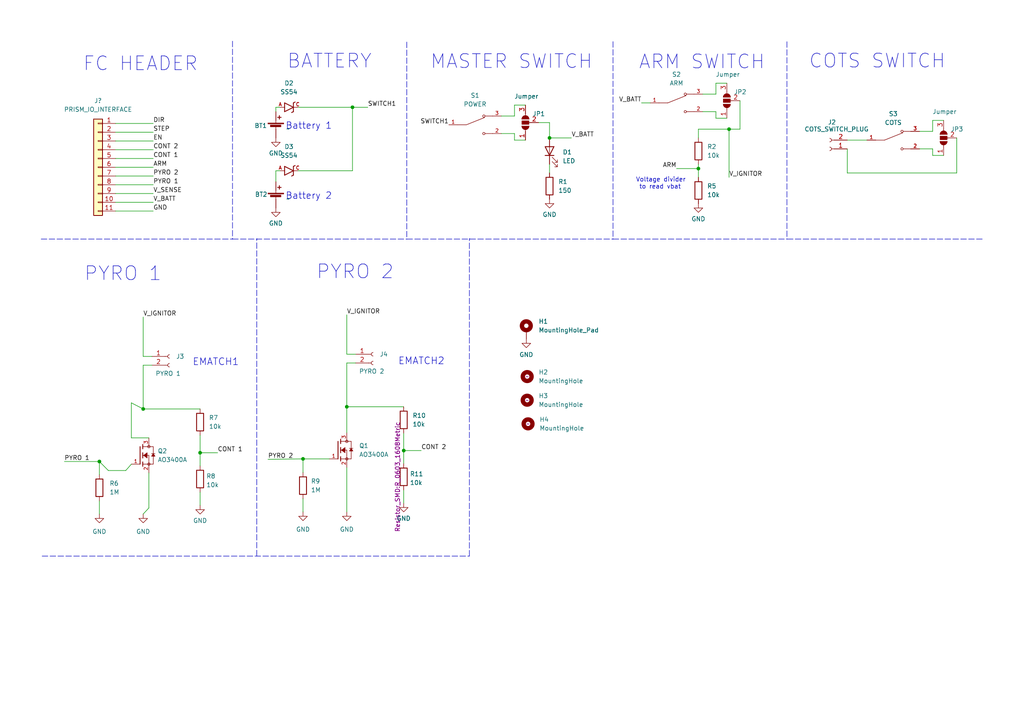
<source format=kicad_sch>
(kicad_sch (version 20211123) (generator eeschema)
  (paper "A4")
  (lib_symbols
    (symbol "AO3400A:AO3400A" (pin_names (offset 1.016))
      (property "Reference" "Q" (at -8.89 2.54 0))
      (property "Value" "AO3400A" (at -8.89 -7.62 0))
      (symbol "AO3400A_0_0"
        (polyline (pts (xy 0 2.54) (xy 0 -2.54)) (stroke (width 0.254)))
        (polyline (pts (xy 0.762 -2.54) (xy 0.762 -3.175)) (stroke (width 0.254)))
        (polyline (pts (xy 0.762 -1.905) (xy 0.762 -2.54)) (stroke (width 0.254)))
        (polyline (pts (xy 0.762 0) (xy 0.762 -0.762)) (stroke (width 0.254)))
        (polyline (pts (xy 0.762 0) (xy 2.54 0)) (stroke (width 0.1524)))
        (polyline (pts (xy 0.762 0.762) (xy 0.762 0)) (stroke (width 0.254)))
        (polyline (pts (xy 0.762 2.54) (xy 0.762 1.905)) (stroke (width 0.254)))
        (polyline (pts (xy 0.762 2.54) (xy 3.81 2.54)) (stroke (width 0.1524)))
        (polyline (pts (xy 0.762 3.175) (xy 0.762 2.54)) (stroke (width 0.254)))
        (polyline (pts (xy 2.54 -2.54) (xy 0.762 -2.54)) (stroke (width 0.1524)))
        (polyline (pts (xy 2.54 -2.54) (xy 3.81 -2.54)) (stroke (width 0.1524)))
        (polyline (pts (xy 2.54 0) (xy 2.54 -2.54)) (stroke (width 0.1524)))
        (polyline (pts (xy 3.81 0.508) (xy 3.302 0.508)) (stroke (width 0.1524)))
        (polyline (pts (xy 3.81 0.508) (xy 3.81 -2.54)) (stroke (width 0.1524)))
        (polyline (pts (xy 3.81 2.54) (xy 3.81 0.508)) (stroke (width 0.1524)))
        (polyline (pts (xy 4.318 0.508) (xy 3.81 0.508)) (stroke (width 0.1524)))
        (polyline (pts (xy 1.016 0) (xy 2.032 0.762) (xy 2.032 -0.762) (xy 1.016 0)) (stroke (width 0.1524)) (fill (type outline)))
        (polyline (pts (xy 3.81 0.508) (xy 3.302 -0.254) (xy 4.318 -0.254) (xy 3.81 0.508)) (stroke (width 0.1524)) (fill (type outline)))
        (circle (center 2.54 -2.54) (radius 0.3592))
        (circle (center 2.54 2.54) (radius 0.3592))
        (pin passive line (at -2.54 -2.54 0) (length 2.54) (name "~") (number "1"))
        (pin passive line (at 2.54 -5.08 90) (length 2.54) (name "~") (number "2"))
        (pin passive line (at 2.54 5.08 270) (length 2.54) (name "~") (number "3"))
      )
    )
    (symbol "Connector:Conn_01x02_Female" (pin_names (offset 1.016) hide)
      (property "Reference" "J" (at 0 2.54 0))
      (property "Value" "Conn_01x02_Female" (at 0 -5.08 0))
      (symbol "Conn_01x02_Female_1_1"
        (arc (start 0 -2.032) (mid -0.508 -2.54) (end 0 -3.048) (stroke (width 0.1524)))
        (polyline (pts (xy -1.27 -2.54) (xy -0.508 -2.54)) (stroke (width 0.1524)))
        (polyline (pts (xy -1.27 0) (xy -0.508 0)) (stroke (width 0.1524)))
        (arc (start 0 0.508) (mid -0.508 0) (end 0 -0.508) (stroke (width 0.1524)))
        (pin passive line (at -5.08 0 0) (length 3.81) (name "Pin_1") (number "1"))
        (pin passive line (at -5.08 -2.54 0) (length 3.81) (name "Pin_2") (number "2"))
      )
    )
    (symbol "Connector_Generic:Conn_01x11" (pin_names (offset 1.016) hide)
      (property "Reference" "J" (at 0 15.24 0))
      (property "Value" "Conn_01x11" (at 0 -15.24 0))
      (symbol "Conn_01x11_1_1"
        (rectangle (start -1.27 -12.573) (end 0 -12.827) (stroke (width 0.1524)))
        (rectangle (start -1.27 -10.033) (end 0 -10.287) (stroke (width 0.1524)))
        (rectangle (start -1.27 -7.493) (end 0 -7.747) (stroke (width 0.1524)))
        (rectangle (start -1.27 -4.953) (end 0 -5.207) (stroke (width 0.1524)))
        (rectangle (start -1.27 -2.413) (end 0 -2.667) (stroke (width 0.1524)))
        (rectangle (start -1.27 0.127) (end 0 -0.127) (stroke (width 0.1524)))
        (rectangle (start -1.27 2.667) (end 0 2.413) (stroke (width 0.1524)))
        (rectangle (start -1.27 5.207) (end 0 4.953) (stroke (width 0.1524)))
        (rectangle (start -1.27 7.747) (end 0 7.493) (stroke (width 0.1524)))
        (rectangle (start -1.27 10.287) (end 0 10.033) (stroke (width 0.1524)))
        (rectangle (start -1.27 12.827) (end 0 12.573) (stroke (width 0.1524)))
        (rectangle (start -1.27 13.97) (end 1.27 -13.97) (stroke (width 0.254)) (fill (type background)))
        (pin passive line (at -5.08 12.7 0) (length 3.81) (name "Pin_1") (number "1"))
        (pin passive line (at -5.08 -10.16 0) (length 3.81) (name "Pin_10") (number "10"))
        (pin passive line (at -5.08 -12.7 0) (length 3.81) (name "Pin_11") (number "11"))
        (pin passive line (at -5.08 10.16 0) (length 3.81) (name "Pin_2") (number "2"))
        (pin passive line (at -5.08 7.62 0) (length 3.81) (name "Pin_3") (number "3"))
        (pin passive line (at -5.08 5.08 0) (length 3.81) (name "Pin_4") (number "4"))
        (pin passive line (at -5.08 2.54 0) (length 3.81) (name "Pin_5") (number "5"))
        (pin passive line (at -5.08 0 0) (length 3.81) (name "Pin_6") (number "6"))
        (pin passive line (at -5.08 -2.54 0) (length 3.81) (name "Pin_7") (number "7"))
        (pin passive line (at -5.08 -5.08 0) (length 3.81) (name "Pin_8") (number "8"))
        (pin passive line (at -5.08 -7.62 0) (length 3.81) (name "Pin_9") (number "9"))
      )
    )
    (symbol "Device:Battery_Cell" (pin_numbers hide) (pin_names (offset 0) hide)
      (property "Reference" "BT" (at 2.54 2.54 0))
      (property "Value" "Battery_Cell" (at 2.54 0 0))
      (symbol "Battery_Cell_0_1"
        (rectangle (start -2.286 1.778) (end 2.286 1.524) (fill (type outline)))
        (rectangle (start -1.5748 1.1938) (end 1.4732 0.6858) (fill (type outline)))
        (polyline (pts (xy 0 0.762) (xy 0 0)))
        (polyline (pts (xy 0 1.778) (xy 0 2.54)))
        (polyline (pts (xy 0.508 3.429) (xy 1.524 3.429)) (stroke (width 0.254)))
        (polyline (pts (xy 1.016 3.937) (xy 1.016 2.921)) (stroke (width 0.254)))
      )
      (symbol "Battery_Cell_1_1"
        (pin passive line (at 0 5.08 270) (length 2.54) (name "+") (number "1"))
        (pin passive line (at 0 -2.54 90) (length 2.54) (name "-") (number "2"))
      )
    )
    (symbol "Device:LED" (pin_numbers hide) (pin_names (offset 1.016) hide)
      (property "Reference" "D" (at 0 2.54 0))
      (property "Value" "LED" (at 0 -2.54 0))
      (symbol "LED_0_1"
        (polyline (pts (xy -1.27 -1.27) (xy -1.27 1.27)) (stroke (width 0.254)))
        (polyline (pts (xy -1.27 0) (xy 1.27 0)))
        (polyline (pts (xy 1.27 -1.27) (xy 1.27 1.27) (xy -1.27 0) (xy 1.27 -1.27)) (stroke (width 0.254)))
        (polyline (pts (xy -3.048 -0.762) (xy -4.572 -2.286) (xy -3.81 -2.286) (xy -4.572 -2.286) (xy -4.572 -1.524)))
        (polyline (pts (xy -1.778 -0.762) (xy -3.302 -2.286) (xy -2.54 -2.286) (xy -3.302 -2.286) (xy -3.302 -1.524)))
      )
      (symbol "LED_1_1"
        (pin passive line (at -3.81 0 0) (length 2.54) (name "K") (number "1"))
        (pin passive line (at 3.81 0 180) (length 2.54) (name "A") (number "2"))
      )
    )
    (symbol "Device:R" (pin_numbers hide) (pin_names (offset 0))
      (property "Reference" "R" (at 2.032 0 90))
      (property "Value" "R" (at 0 0 90))
      (symbol "R_0_1"
        (rectangle (start -1.016 -2.54) (end 1.016 2.54) (stroke (width 0.254)))
      )
      (symbol "R_1_1"
        (pin passive line (at 0 3.81 270) (length 1.27) (name "~") (number "1"))
        (pin passive line (at 0 -3.81 90) (length 1.27) (name "~") (number "2"))
      )
    )
    (symbol "Jumper:SolderJumper_3_Open" (pin_names (offset 0) hide)
      (property "Reference" "JP" (at -2.54 -2.54 0))
      (property "Value" "SolderJumper_3_Open" (at 0 2.794 0))
      (symbol "SolderJumper_3_Open_0_1"
        (arc (start -1.016 1.016) (mid -2.032 0) (end -1.016 -1.016))
        (arc (start -1.016 1.016) (mid -2.032 0) (end -1.016 -1.016) (fill (type outline)))
        (rectangle (start -0.508 1.016) (end 0.508 -1.016) (fill (type outline)))
        (polyline (pts (xy -2.54 0) (xy -2.032 0)))
        (polyline (pts (xy -1.016 1.016) (xy -1.016 -1.016)))
        (polyline (pts (xy 0 -1.27) (xy 0 -1.016)))
        (polyline (pts (xy 1.016 1.016) (xy 1.016 -1.016)))
        (polyline (pts (xy 2.54 0) (xy 2.032 0)))
        (arc (start 1.016 -1.016) (mid 2.032 0) (end 1.016 1.016))
        (arc (start 1.016 -1.016) (mid 2.032 0) (end 1.016 1.016) (fill (type outline)))
      )
      (symbol "SolderJumper_3_Open_1_1"
        (pin passive line (at -5.08 0 0) (length 2.54) (name "A") (number "1"))
        (pin passive line (at 0 -3.81 90) (length 2.54) (name "C") (number "2"))
        (pin passive line (at 5.08 0 180) (length 2.54) (name "B") (number "3"))
      )
    )
    (symbol "Mechanical:MountingHole" (pin_names (offset 1.016))
      (property "Reference" "H" (at 0 5.08 0))
      (property "Value" "MountingHole" (at 0 3.175 0))
      (symbol "MountingHole_0_1"
        (circle (center 0 0) (radius 1.27) (stroke (width 1.27)))
      )
    )
    (symbol "Mechanical:MountingHole_Pad" (pin_numbers hide) (pin_names (offset 1.016) hide)
      (property "Reference" "H" (at 0 6.35 0))
      (property "Value" "MountingHole_Pad" (at 0 4.445 0))
      (symbol "MountingHole_Pad_0_1"
        (circle (center 0 1.27) (radius 1.27) (stroke (width 1.27)))
      )
      (symbol "MountingHole_Pad_1_1"
        (pin input line (at 0 -2.54 90) (length 2.54) (name "1") (number "1"))
      )
    )
    (symbol "SS54:SS54" (pin_names (offset 1.016))
      (property "Reference" "D" (at 2.54 0.4826 0))
      (property "Value" "SS54" (at 2.54 -2.3114 0))
      (symbol "SS54_0_0"
        (polyline (pts (xy -2.54 0) (xy -1.27 0)) (stroke (width 0.1524)))
        (polyline (pts (xy -1.27 -1.27) (xy 1.27 0)) (stroke (width 0.254)))
        (polyline (pts (xy -1.27 0) (xy -1.27 -1.27)) (stroke (width 0.254)))
        (polyline (pts (xy -1.27 1.27) (xy -1.27 0)) (stroke (width 0.254)))
        (polyline (pts (xy 1.27 -1.27) (xy 0.762 -1.524)) (stroke (width 0.254)))
        (polyline (pts (xy 1.27 0) (xy -1.27 1.27)) (stroke (width 0.254)))
        (polyline (pts (xy 1.27 0) (xy 1.27 -1.27)) (stroke (width 0.254)))
        (polyline (pts (xy 1.27 1.27) (xy 1.27 0)) (stroke (width 0.254)))
        (polyline (pts (xy 1.27 1.27) (xy 1.778 1.524)) (stroke (width 0.254)))
        (polyline (pts (xy 2.54 0) (xy 1.27 0)) (stroke (width 0.1524)))
        (pin passive line (at -2.54 0 0) (length 0) (name "~") (number "A"))
        (pin passive line (at 2.54 0 180) (length 0) (name "~") (number "C"))
      )
    )
    (symbol "omron_D2F:D2F-01F" (pin_names (offset 1.016))
      (property "Reference" "S" (at -2.54 5.08 0))
      (property "Value" "D2F-01F" (at -2.54 -5.08 0))
      (symbol "D2F-01F_0_0"
        (polyline (pts (xy -2.54 0) (xy -5.08 0)) (stroke (width 0.1524)))
        (polyline (pts (xy -2.54 0) (xy 2.794 2.1336)) (stroke (width 0.1524)))
        (polyline (pts (xy 5.08 -2.54) (xy 2.921 -2.54)) (stroke (width 0.1524)))
        (polyline (pts (xy 5.08 2.54) (xy 2.921 2.54)) (stroke (width 0.1524)))
        (circle (center 2.54 -2.54) (radius 0.3302) (stroke (width 0.1524)))
        (circle (center 2.54 2.54) (radius 0.3302) (stroke (width 0.1524)))
        (pin passive line (at -7.62 0 0) (length 2.54) (name "~") (number "1"))
        (pin passive line (at 7.62 -2.54 180) (length 2.54) (name "~") (number "2"))
        (pin passive line (at 7.62 2.54 180) (length 2.54) (name "~") (number "3"))
      )
    )
    (symbol "power:GND" (power) (pin_names (offset 0))
      (property "Value" "GND" (at 0 -3.81 0))
      (symbol "GND_0_1"
        (polyline (pts (xy 0 0) (xy 0 -1.27) (xy 1.27 -1.27) (xy 0 -2.54) (xy -1.27 -1.27) (xy 0 -1.27)))
      )
      (symbol "GND_1_1"
        (pin power_in line (at 0 0 270) (length 0) hide (name "GND") (number "1"))
      )
    )
  )
  (junction (at 159.385 40.005))
  (junction (at 41.529 118.618))
  (junction (at 28.829 133.858))
  (junction (at 100.584 117.983))
  (junction (at 202.565 48.895))
  (junction (at 58.039 131.318))
  (junction (at 87.884 133.096))
  (junction (at 117.094 130.683))
  (junction (at 102.235 31.115))
  (junction (at 211.455 37.465))
  (wire (pts (xy 117.094 142.113) (xy 117.094 145.923)))
  (polyline (pts (xy 228.346 69.342) (xy 284.988 69.342)))
  (wire (pts (xy 245.745 50.165) (xy 245.745 43.18)))
  (polyline (pts (xy 67.437 69.342) (xy 117.983 69.342)))
  (wire (pts (xy 33.528 40.894) (xy 44.45 40.894)))
  (wire (pts (xy 33.528 51.054) (xy 44.45 51.054)))
  (wire (pts (xy 80.01 31.115) (xy 80.01 32.385)))
  (wire (pts (xy 100.584 105.283) (xy 100.584 117.983)))
  (wire (pts (xy 159.385 47.625) (xy 159.385 50.165)))
  (wire (pts (xy 214.63 37.465) (xy 211.455 37.465)))
  (wire (pts (xy 207.645 27.305) (xy 207.645 24.13)))
  (wire (pts (xy 102.235 31.115) (xy 106.68 31.115)))
  (wire (pts (xy 202.565 37.465) (xy 211.455 37.465)))
  (wire (pts (xy 38.1 127) (xy 38.1 116.84)))
  (wire (pts (xy 33.528 45.974) (xy 44.45 45.974)))
  (wire (pts (xy 266.7 38.1) (xy 270.51 38.1)))
  (wire (pts (xy 245.745 50.165) (xy 277.495 50.165)))
  (wire (pts (xy 214.63 29.21) (xy 214.63 37.465)))
  (wire (pts (xy 86.36 31.115) (xy 102.235 31.115)))
  (wire (pts (xy 100.584 135.636) (xy 100.584 148.463)))
  (polyline (pts (xy 228.2444 12.0904) (xy 228.2444 69.342)))
  (wire (pts (xy 100.584 117.983) (xy 100.584 125.476)))
  (wire (pts (xy 41.529 103.378) (xy 44.069 103.378)))
  (wire (pts (xy 186.055 29.845) (xy 188.595 29.845)))
  (wire (pts (xy 149.225 38.735) (xy 149.225 40.64)))
  (wire (pts (xy 149.225 33.655) (xy 149.225 30.48)))
  (wire (pts (xy 43.18 147.32) (xy 41.529 149.098)))
  (wire (pts (xy 207.645 32.385) (xy 207.645 34.29)))
  (wire (pts (xy 203.835 27.305) (xy 207.645 27.305)))
  (polyline (pts (xy 117.983 12.192) (xy 117.983 69.342)))
  (wire (pts (xy 58.039 126.238) (xy 58.039 131.318)))
  (polyline (pts (xy 12.2174 161.29) (xy 136.144 161.29)))
  (polyline (pts (xy 177.8 69.342) (xy 228.2444 69.342)))
  (wire (pts (xy 58.039 142.748) (xy 58.039 146.558)))
  (wire (pts (xy 117.094 125.603) (xy 117.094 130.683)))
  (wire (pts (xy 33.528 61.214) (xy 44.45 61.214)))
  (wire (pts (xy 117.094 130.683) (xy 122.174 130.683)))
  (wire (pts (xy 203.835 32.385) (xy 207.645 32.385)))
  (wire (pts (xy 33.528 58.674) (xy 44.45 58.674)))
  (wire (pts (xy 28.829 145.288) (xy 28.829 149.098)))
  (polyline (pts (xy 11.938 69.342) (xy 67.437 69.342)))
  (wire (pts (xy 41.529 105.918) (xy 44.069 105.918)))
  (wire (pts (xy 38.1 116.84) (xy 41.529 118.618)))
  (wire (pts (xy 207.645 34.29) (xy 210.82 34.29)))
  (wire (pts (xy 33.528 43.434) (xy 44.45 43.434)))
  (wire (pts (xy 277.495 40.005) (xy 277.495 50.165)))
  (wire (pts (xy 270.51 43.18) (xy 270.51 45.085)))
  (wire (pts (xy 145.415 33.655) (xy 149.225 33.655)))
  (wire (pts (xy 100.584 117.983) (xy 117.094 117.983)))
  (polyline (pts (xy 177.8 12.065) (xy 177.8 69.342)))
  (wire (pts (xy 87.884 133.096) (xy 95.504 133.096)))
  (wire (pts (xy 58.039 131.318) (xy 63.119 131.318)))
  (wire (pts (xy 207.645 24.13) (xy 210.82 24.13)))
  (wire (pts (xy 211.455 37.465) (xy 211.455 51.435)))
  (wire (pts (xy 270.51 34.925) (xy 273.685 34.925)))
  (wire (pts (xy 156.21 35.56) (xy 159.385 35.56)))
  (wire (pts (xy 102.235 31.115) (xy 102.235 49.53)))
  (wire (pts (xy 149.225 30.48) (xy 152.4 30.48)))
  (wire (pts (xy 159.385 35.56) (xy 159.385 40.005)))
  (wire (pts (xy 117.094 130.683) (xy 117.094 134.493)))
  (wire (pts (xy 33.528 38.354) (xy 44.45 38.354)))
  (wire (pts (xy 266.7 43.18) (xy 270.51 43.18)))
  (wire (pts (xy 33.528 56.134) (xy 44.45 56.134)))
  (wire (pts (xy 58.039 131.318) (xy 58.039 135.128)))
  (wire (pts (xy 33.528 48.514) (xy 44.45 48.514)))
  (wire (pts (xy 270.51 38.1) (xy 270.51 34.925)))
  (wire (pts (xy 245.745 40.64) (xy 251.46 40.64)))
  (wire (pts (xy 18.669 133.858) (xy 28.829 133.858)))
  (wire (pts (xy 81.28 49.53) (xy 80.01 49.53)))
  (wire (pts (xy 100.584 102.743) (xy 103.124 102.743)))
  (wire (pts (xy 80.01 49.53) (xy 80.01 52.705)))
  (wire (pts (xy 159.385 40.005) (xy 165.735 40.005)))
  (polyline (pts (xy 67.437 11.938) (xy 67.437 69.342)))
  (wire (pts (xy 41.529 118.618) (xy 41.529 105.918)))
  (wire (pts (xy 28.829 133.858) (xy 28.829 137.668)))
  (wire (pts (xy 87.884 133.096) (xy 87.884 137.033)))
  (wire (pts (xy 145.415 38.735) (xy 149.225 38.735)))
  (wire (pts (xy 33.528 53.594) (xy 44.45 53.594)))
  (wire (pts (xy 77.724 133.223) (xy 87.884 133.096)))
  (wire (pts (xy 31.4198 136.4742) (xy 28.829 133.858)))
  (wire (pts (xy 196.215 48.895) (xy 202.565 48.895)))
  (wire (pts (xy 100.584 105.283) (xy 103.124 105.283)))
  (wire (pts (xy 31.4198 136.4742) (xy 36.4744 136.4742)))
  (wire (pts (xy 270.51 45.085) (xy 273.685 45.085)))
  (wire (pts (xy 41.529 118.618) (xy 58.039 118.618)))
  (wire (pts (xy 41.529 91.948) (xy 41.529 103.378)))
  (wire (pts (xy 86.36 49.53) (xy 102.235 49.53)))
  (polyline (pts (xy 117.983 69.342) (xy 177.8 69.342)))
  (wire (pts (xy 159.385 40.005) (xy 159.385 40.132)))
  (wire (pts (xy 202.565 47.625) (xy 202.565 48.895)))
  (polyline (pts (xy 136.144 161.29) (xy 136.144 69.2404)))
  (wire (pts (xy 87.884 144.653) (xy 87.884 148.463)))
  (wire (pts (xy 43.18 137.16) (xy 43.18 147.32)))
  (wire (pts (xy 202.565 48.895) (xy 202.565 51.435)))
  (polyline (pts (xy 74.4728 161.2392) (xy 74.4728 69.2912)))
  (wire (pts (xy 38.1 127) (xy 43.18 127)))
  (wire (pts (xy 38.1 134.62) (xy 36.4744 136.4742)))
  (wire (pts (xy 100.584 91.313) (xy 100.584 102.743)))
  (wire (pts (xy 81.28 31.115) (xy 80.01 31.115)))
  (wire (pts (xy 202.565 40.005) (xy 202.565 37.465)))
  (wire (pts (xy 149.225 40.64) (xy 152.4 40.64)))
  (polyline (pts (xy 136.144 69.2404) (xy 136.271 69.2404)))
  (polyline (pts (xy 74.4728 69.2912) (xy 74.5744 69.2912)))
  (wire (pts (xy 33.528 35.814) (xy 44.45 35.814)))
  (text "ARM SWITCH" (at 185.1914 20.4216 0) (effects (font (size 4 4)) (justify left bottom)))
  (text "EMATCH1" (at 55.8292 106.2736 0) (effects (font (size 2 2)) (justify left bottom)))
  (text "PYRO 1" (at 24.3332 81.8388 0) (effects (font (size 4 4)) (justify left bottom)))
  (text "BATTERY" (at 83.185 20.193 0) (effects (font (size 4 4)) (justify left bottom)))
  (text "EMATCH2\n" (at 115.4684 106.0196 0) (effects (font (size 2 2)) (justify left bottom)))
  (text "Voltage divider\n to read vbat" (at 184.404 55.0164 0) (effects (font (size 1.27 1.27)) (justify left bottom)))
  (text "MASTER SWITCH" (at 124.714 20.32 0) (effects (font (size 4 4)) (justify left bottom)))
  (text "PYRO 2" (at 91.6686 81.3054 0) (effects (font (size 4 4)) (justify left bottom)))
  (text "Battery 2\n" (at 82.804 58.039 0) (effects (font (size 1.905 1.905)) (justify left bottom)))
  (text "FC HEADER" (at 24.003 20.955 0) (effects (font (size 4 4)) (justify left bottom)))
  (text "COTS SWITCH" (at 234.5182 20.1676 0) (effects (font (size 4 4)) (justify left bottom)))
  (text "Battery 1" (at 82.804 37.719 0) (effects (font (size 1.905 1.905)) (justify left bottom)))
  (label "ARM" (at 196.215 48.895 180))
  (label "EN" (at 44.45 40.894 0))
  (label "ARM" (at 44.45 48.514 0))
  (label "PYRO 2" (at 44.45 51.054 0))
  (label "V_BATT" (at 44.45 58.674 0))
  (label "PYRO 1" (at 44.45 53.594 0))
  (label "CONT 1" (at 63.119 131.318 0))
  (label "CONT 2" (at 122.174 130.683 0))
  (label "CONT 1" (at 44.45 45.974 0))
  (label "V_BATT" (at 165.735 40.005 0))
  (label "SWITCH1" (at 130.175 36.195 180))
  (label "V_BATT" (at 186.055 29.845 180))
  (label "CONT 2" (at 44.45 43.434 0))
  (label "V_IGNITOR" (at 211.455 51.435 0))
  (label "V_IGNITOR" (at 41.529 91.948 0))
  (label "SWITCH1" (at 106.68 31.115 0))
  (label "DIR" (at 44.45 35.814 0))
  (label "STEP" (at 44.45 38.354 0))
  (label "PYRO 2" (at 77.724 133.223 0))
  (label "PYRO 1" (at 18.669 133.858 0))
  (label "V_SENSE" (at 44.45 56.134 0))
  (label "GND" (at 44.45 61.214 0))
  (label "V_IGNITOR" (at 100.584 91.313 0))
  (symbol (lib_id "Device:LED") (at 159.385 43.815 90) (unit 1)
    (property "Reference" "D1" (at 163.195 44.1324 90) (effects (justify right)))
    (property "Value" "LED" (at 163.195 46.6724 90) (effects (justify right)))
    (property "Footprint" "LED_SMD:LED_0603_1608Metric" (effects hide))
    (property "Vendor" "C2290" (effects hide))
  )
  (symbol (lib_id "power:GND") (at 159.385 57.785 0) (unit 1)
    (property "Reference" "#PWR03" (effects hide))
    (property "Value" "GND" (at 159.385 62.2284 0))
  )
  (symbol (lib_id "omron_D2F:D2F-01F") (at 259.08 40.64 0) (unit 1)
    (property "Reference" "S3" (at 259.08 33.02 0))
    (property "Value" "COTS" (at 259.08 35.56 0))
    (property "Footprint" "Sensors:SW_D2F-01F" (effects hide))
    (property "STANDARD" "Manufacturer Recommendations" (effects hide))
    (property "MAXIMUM_PACKAGE_HEIGHT" "7.8 mm" (effects hide))
    (property "MANUFACTURER" "Omron" (effects hide))
    (property "PARTREV" "B036-E1-12" (effects hide))
    (property "SNAPEDA_PN" "D2F-01F" (effects hide))
  )
  (symbol (lib_id "power:GND") (at 28.829 149.098 0) (unit 1)
    (property "Reference" "#PWR0108" (effects hide))
    (property "Value" "GND" (at 28.829 154.178 0))
  )
  (symbol (lib_id "Device:R") (at 117.094 121.793 0) (unit 1)
    (property "Reference" "R10" (at 119.634 120.5229 0) (effects (justify left)))
    (property "Value" "10k" (at 119.634 123.0629 0) (effects (justify left)))
    (property "Footprint" "Resistor_SMD:R_0603_1608Metric" (effects hide))
    (property "Vendor" "C25804" (effects hide))
  )
  (symbol (lib_id "power:GND") (at 202.565 59.055 0) (unit 1)
    (property "Reference" "#PWR0105" (effects hide))
    (property "Value" "GND" (at 202.565 63.4984 0))
  )
  (symbol (lib_id "power:GND") (at 80.01 60.325 0) (unit 1)
    (property "Reference" "#PWR01" (effects hide))
    (property "Value" "GND" (at 80.01 64.7684 0))
  )
  (symbol (lib_id "Device:R") (at 159.385 53.975 180) (unit 1)
    (property "Reference" "R1" (at 161.925 52.7049 0) (effects (justify right)))
    (property "Value" "150" (at 161.925 55.2449 0) (effects (justify right)))
    (property "Footprint" "Resistor_SMD:R_0603_1608Metric" (effects hide))
    (property "Vendor" "C22808" (effects hide))
  )
  (symbol (lib_id "AO3400A:AO3400A") (at 40.64 132.08 0) (unit 1)
    (property "Reference" "Q2" (at 45.72 130.8099 0) (effects (justify left)))
    (property "Value" "AO3400A" (at 45.72 133.3499 0) (effects (justify left)))
    (property "Footprint" "SOT95P280X125-3N" (effects hide))
    (property "STANDARD" "IPC 7351B" (effects hide))
    (property "MAXIMUM_PACKAGE_HEIGHT" "1.25 mm" (effects hide))
    (property "MANUFACTURER" "Alpha & Omega Semiconductor" (effects hide))
    (property "PARTREV" "L" (effects hide))
    (property "Vendor" "C20917" (effects hide))
  )
  (symbol (lib_id "Jumper:SolderJumper_3_Open") (at 273.685 40.005 90) (unit 1)
    (property "Reference" "JP3" (at 279.4 37.465 90) (effects (justify left)))
    (property "Value" "Jumper" (at 277.495 32.385 90) (effects (justify left)))
    (property "Footprint" "Jumper:SolderJumper-3_P1.3mm_Open_Pad1.0x1.5mm_NumberLabels" (effects hide))
  )
  (symbol (lib_id "Connector:Conn_01x02_Female") (at 108.204 102.743 0) (unit 1)
    (property "Reference" "J4" (at 110.109 102.7429 0) (effects (justify left)))
    (property "Value" "PYRO 2" (at 104.14 107.696 0) (effects (justify left)))
    (property "Footprint" "JST:JST_SFH_SM02B-SFHRS-TF_02x1.80mm_Angled" (effects hide))
  )
  (symbol (lib_id "omron_D2F:D2F-01F") (at 196.215 29.845 0) (unit 1)
    (property "Reference" "S2" (at 196.215 21.59 0))
    (property "Value" "ARM" (at 196.215 24.13 0))
    (property "Footprint" "Sensors:SW_D2F-01F" (effects hide))
    (property "STANDARD" "Manufacturer Recommendations" (effects hide))
    (property "MAXIMUM_PACKAGE_HEIGHT" "7.8 mm" (effects hide))
    (property "MANUFACTURER" "Omron" (effects hide))
    (property "PARTREV" "B036-E1-12" (effects hide))
    (property "SNAPEDA_PN" "D2F-01F" (effects hide))
  )
  (symbol (lib_id "Jumper:SolderJumper_3_Open") (at 210.82 29.21 90) (unit 1)
    (property "Reference" "JP2" (at 216.535 26.67 90) (effects (justify left)))
    (property "Value" "Jumper" (at 214.63 21.59 90) (effects (justify left)))
    (property "Footprint" "Jumper:SolderJumper-3_P1.3mm_Open_Pad1.0x1.5mm_NumberLabels" (effects hide))
  )
  (symbol (lib_id "SS54:SS54") (at 83.82 31.115 0) (unit 1)
    (property "Reference" "D2" (at 83.82 24.13 0))
    (property "Value" "SS54" (at 83.82 26.67 0))
    (property "Footprint" "JLC_footprints:DO-214AC" (effects hide))
    (property "Vendor" "C22452" (effects hide))
  )
  (symbol (lib_id "Device:R") (at 87.884 140.843 0) (unit 1)
    (property "Reference" "R9" (at 90.17 139.5729 0) (effects (justify left)))
    (property "Value" "1M" (at 90.17 142.1129 0) (effects (justify left)))
    (property "Footprint" "Resistor_SMD:R_0603_1608Metric" (effects hide))
    (property "Vendor" "C22935" (effects hide))
  )
  (symbol (lib_id "power:GND") (at 41.529 149.098 0) (unit 1)
    (property "Reference" "#PWR0107" (effects hide))
    (property "Value" "GND" (at 41.529 154.178 0))
  )
  (symbol (lib_id "Device:R") (at 58.039 122.428 0) (unit 1)
    (property "Reference" "R7" (at 60.579 121.1579 0) (effects (justify left)))
    (property "Value" "10k" (at 60.579 123.6979 0) (effects (justify left)))
    (property "Footprint" "Resistor_SMD:R_0603_1608Metric" (effects hide))
    (property "Vendor" "C25804" (effects hide))
  )
  (symbol (lib_id "Device:R") (at 28.829 141.478 0) (unit 1)
    (property "Reference" "R6" (at 31.75 140.2079 0) (effects (justify left)))
    (property "Value" "1M" (at 31.75 142.7479 0) (effects (justify left)))
    (property "Footprint" "Resistor_SMD:R_0603_1608Metric" (effects hide))
    (property "Vendor" "C22935" (effects hide))
  )
  (symbol (lib_id "Mechanical:MountingHole_Pad") (at 152.654 95.758 0) (unit 1)
    (property "Reference" "H1" (at 156.21 93.2179 0) (effects (justify left)))
    (property "Value" "MountingHole_Pad" (at 156.21 95.7579 0) (effects (justify left)))
    (property "Footprint" "MountingHole:MountingHole_3.2mm_M3_DIN965_Pad_TopBottom" (effects hide))
  )
  (symbol (lib_id "power:GND") (at 117.094 145.923 0) (unit 1)
    (property "Reference" "#PWR0101" (effects hide))
    (property "Value" "GND" (at 117.094 150.3664 0))
  )
  (symbol (lib_id "SS54:SS54") (at 83.82 49.53 0) (unit 1)
    (property "Reference" "D3" (at 83.82 42.545 0))
    (property "Value" "SS54" (at 83.82 45.085 0))
    (property "Footprint" "JLC_footprints:DO-214AC" (effects hide))
    (property "Vendor" "C22452" (effects hide))
  )
  (symbol (lib_id "Device:Battery_Cell") (at 80.01 57.785 0) (unit 1)
    (property "Reference" "BT2" (at 73.914 56.388 0) (effects (justify left)))
    (property "Value" "~" (at 83.0072 57.658 0) (effects (justify left)))
    (property "Footprint" "JST:JST_SFH_SM02B-SFHRS-TF_02x1.80mm_Angled" (effects hide))
  )
  (symbol (lib_id "Device:R") (at 202.565 43.815 180) (unit 1)
    (property "Reference" "R2" (at 205.105 42.5449 0) (effects (justify right)))
    (property "Value" "10k" (at 205.105 45.0849 0) (effects (justify right)))
    (property "Footprint" "Resistor_SMD:R_0603_1608Metric" (effects hide))
    (property "Vendor" "C25804" (effects hide))
  )
  (symbol (lib_id "Device:R") (at 117.094 138.303 0) (unit 1)
    (property "Reference" "R11" (at 118.872 137.4683 0) (effects (justify left)))
    (property "Value" "10k" (at 118.872 140.0052 0) (effects (justify left)))
    (property "Footprint" "Resistor_SMD:R_0603_1608Metric" (at 115.316 138.303 90))
    (property "Vendor" "C25804" (effects hide))
  )
  (symbol (lib_id "Jumper:SolderJumper_3_Open") (at 152.4 35.56 90) (unit 1)
    (property "Reference" "JP1" (at 158.115 33.02 90) (effects (justify left)))
    (property "Value" "Jumper" (at 156.21 27.94 90) (effects (justify left)))
    (property "Footprint" "Jumper:SolderJumper-3_P1.3mm_Open_Pad1.0x1.5mm_NumberLabels" (effects hide))
  )
  (symbol (lib_id "power:GND") (at 87.884 148.463 0) (unit 1)
    (property "Reference" "#PWR0102" (effects hide))
    (property "Value" "GND" (at 87.884 153.543 0))
  )
  (symbol (lib_id "Device:Battery_Cell") (at 80.01 37.465 0) (unit 1)
    (property "Reference" "BT1" (at 73.787 36.449 0) (effects (justify left)))
    (property "Value" "~" (at 83.0072 37.338 0) (effects (justify left)))
    (property "Footprint" "JST:JST_SFH_SM02B-SFHRS-TF_02x1.80mm_Angled" (effects hide))
  )
  (symbol (lib_id "Mechanical:MountingHole") (at 153.162 122.936 0) (unit 1)
    (property "Reference" "H4" (at 156.464 121.6659 0) (effects (justify left)))
    (property "Value" "MountingHole" (at 156.464 124.2059 0) (effects (justify left)))
    (property "Footprint" "MountingHole:MountingHole_3.2mm_M3_DIN965_Pad_TopBottom" (effects hide))
    (property "Datasheet" "~" (at 153.162 122.936 0))
  )
  (symbol (lib_id "AO3400A:AO3400A") (at 98.044 130.556 0) (unit 1)
    (property "Reference" "Q1" (at 104.14 129.2859 0) (effects (justify left)))
    (property "Value" "AO3400A" (at 104.14 131.8259 0) (effects (justify left)))
    (property "Footprint" "AO3400A:SOT95P280X125-3N" (effects hide))
    (property "STANDARD" "IPC 7351B" (effects hide))
    (property "MAXIMUM_PACKAGE_HEIGHT" "1.25 mm" (effects hide))
    (property "MANUFACTURER" "Alpha & Omega Semiconductor" (effects hide))
    (property "PARTREV" "L" (effects hide))
    (property "Vendor" "C20917" (effects hide))
  )
  (symbol (lib_id "Connector:Conn_01x02_Female") (at 49.149 103.378 0) (unit 1)
    (property "Reference" "J3" (at 51.054 103.3779 0) (effects (justify left)))
    (property "Value" "PYRO 1" (at 45.085 108.331 0) (effects (justify left)))
    (property "Footprint" "JST:JST_SFH_SM02B-SFHRS-TF_02x1.80mm_Angled" (effects hide))
  )
  (symbol (lib_id "Mechanical:MountingHole") (at 152.908 109.22 0) (unit 1)
    (property "Reference" "H2" (at 156.21 107.9499 0) (effects (justify left)))
    (property "Value" "MountingHole" (at 156.21 110.4899 0) (effects (justify left)))
    (property "Footprint" "MountingHole:MountingHole_3.2mm_M3_DIN965_Pad_TopBottom" (effects hide))
    (property "Datasheet" "~" (at 152.908 109.22 0))
  )
  (symbol (lib_id "Connector_Generic:Conn_01x11") (at 28.448 48.514 0) (mirror y) (unit 1)
    (property "Reference" "J?" (at 28.448 29.21 0))
    (property "Value" "PRISM_IO_INTERFACE" (at 28.448 31.75 0))
  )
  (symbol (lib_id "power:GND") (at 80.01 40.005 0) (unit 1)
    (property "Reference" "#PWR02" (effects hide))
    (property "Value" "GND" (at 80.01 44.4484 0))
  )
  (symbol (lib_id "omron_D2F:D2F-01F") (at 137.795 36.195 0) (unit 1)
    (property "Reference" "S1" (at 137.795 27.686 0))
    (property "Value" "POWER" (at 137.795 30.226 0))
    (property "Footprint" "Sensors:SW_D2F-01F" (effects hide))
    (property "STANDARD" "Manufacturer Recommendations" (effects hide))
    (property "MAXIMUM_PACKAGE_HEIGHT" "7.8 mm" (effects hide))
    (property "MANUFACTURER" "Omron" (effects hide))
    (property "PARTREV" "B036-E1-12" (effects hide))
    (property "SNAPEDA_PN" "D2F-01F" (effects hide))
  )
  (symbol (lib_id "Device:R") (at 202.565 55.245 180) (unit 1)
    (property "Reference" "R5" (at 205.105 53.9749 0) (effects (justify right)))
    (property "Value" "10k" (at 205.105 56.5149 0) (effects (justify right)))
    (property "Footprint" "Resistor_SMD:R_0603_1608Metric" (effects hide))
    (property "Vendor" "C25804" (effects hide))
  )
  (symbol (lib_id "power:GND") (at 58.039 146.558 0) (unit 1)
    (property "Reference" "#PWR0106" (effects hide))
    (property "Value" "GND" (at 58.039 151.0014 0))
  )
  (symbol (lib_id "Mechanical:MountingHole") (at 152.908 116.078 0) (unit 1)
    (property "Reference" "H3" (at 156.21 114.8079 0) (effects (justify left)))
    (property "Value" "MountingHole" (at 156.21 117.3479 0) (effects (justify left)))
    (property "Footprint" "MountingHole:MountingHole_3.2mm_M3_DIN965_Pad_TopBottom" (effects hide))
    (property "Datasheet" "~" (at 152.908 116.078 0))
  )
  (symbol (lib_id "power:GND") (at 100.584 148.463 0) (unit 1)
    (property "Reference" "#PWR0103" (effects hide))
    (property "Value" "GND" (at 100.584 153.543 0))
  )
  (symbol (lib_id "Device:R") (at 58.039 138.938 0) (unit 1)
    (property "Reference" "R8" (at 59.817 138.1033 0) (effects (justify left)))
    (property "Value" "10k" (at 59.817 140.6402 0) (effects (justify left)))
    (property "Footprint" "Resistor_SMD:R_0603_1608Metric" (effects hide))
    (property "Vendor" "C25804" (effects hide))
  )
  (symbol (lib_id "power:GND") (at 152.654 98.298 0) (unit 1)
    (property "Reference" "#PWR0104" (effects hide))
    (property "Value" "GND" (at 152.654 102.87 0))
  )
  (symbol (lib_id "Connector:Conn_01x02_Female") (at 240.665 43.18 180) (unit 1)
    (property "Reference" "J2" (at 241.3 35.4584 0))
    (property "Value" "COTS_SWITCH_PLUG" (at 242.6462 37.465 0))
    (property "Footprint" "Connector_JST:JST_PH_S2B-PH-K_1x02_P2.00mm_Horizontal" (effects hide))
  )
)
</source>
